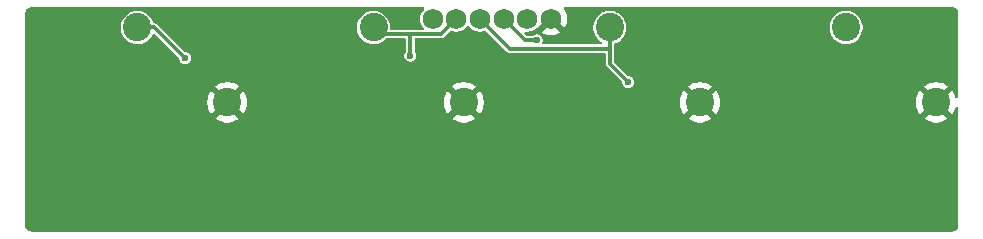
<source format=gbl>
%TF.GenerationSoftware,KiCad,Pcbnew,9.0.7*%
%TF.CreationDate,2026-03-02T02:23:24+09:00*%
%TF.ProjectId,mixtee-daughter-output,6d697874-6565-42d6-9461-756768746572,rev?*%
%TF.SameCoordinates,Original*%
%TF.FileFunction,Copper,L2,Bot*%
%TF.FilePolarity,Positive*%
%FSLAX46Y46*%
G04 Gerber Fmt 4.6, Leading zero omitted, Abs format (unit mm)*
G04 Created by KiCad (PCBNEW 9.0.7) date 2026-03-02 02:23:24*
%MOMM*%
%LPD*%
G01*
G04 APERTURE LIST*
%TA.AperFunction,ComponentPad*%
%ADD10C,2.400000*%
%TD*%
%TA.AperFunction,ComponentPad*%
%ADD11C,1.750000*%
%TD*%
%TA.AperFunction,ViaPad*%
%ADD12C,0.600000*%
%TD*%
%TA.AperFunction,Conductor*%
%ADD13C,0.300000*%
%TD*%
G04 APERTURE END LIST*
D10*
%TO.P,J1,S*%
%TO.N,GND*%
X17620000Y-8570000D03*
%TO.P,J1,T*%
%TO.N,AIN1*%
X10000000Y-2220000D03*
%TD*%
%TO.P,J4,S*%
%TO.N,GND*%
X77620000Y-8570000D03*
%TO.P,J4,T*%
%TO.N,AIN4*%
X70000000Y-2220000D03*
%TD*%
D11*
%TO.P,J5,1*%
%TO.N,AIN1*%
X35000000Y-1500000D03*
%TO.P,J5,2*%
%TO.N,AIN2*%
X37000000Y-1500000D03*
%TO.P,J5,3*%
%TO.N,AIN3*%
X39000000Y-1500000D03*
%TO.P,J5,4*%
%TO.N,AIN4*%
X41000000Y-1500000D03*
%TO.P,J5,5*%
%TO.N,+5VA*%
X43000000Y-1500000D03*
%TO.P,J5,6*%
%TO.N,GND*%
X45000000Y-1500000D03*
%TD*%
D10*
%TO.P,J3,S*%
%TO.N,GND*%
X57620000Y-8570000D03*
%TO.P,J3,T*%
%TO.N,AIN3*%
X50000000Y-2220000D03*
%TD*%
%TO.P,J2,S*%
%TO.N,GND*%
X37620000Y-8570000D03*
%TO.P,J2,T*%
%TO.N,AIN2*%
X30000000Y-2220000D03*
%TD*%
D12*
%TO.N,AIN1*%
X14033800Y-4818000D03*
%TO.N,AIN2*%
X33114400Y-4618300D03*
%TO.N,AIN3*%
X51556200Y-6852900D03*
%TO.N,AIN4*%
X43829600Y-3312100D03*
%TO.N,GND*%
X27989000Y-4307400D03*
%TD*%
D13*
%TO.N,AIN1*%
X10000000Y-2220000D02*
X11435800Y-2220000D01*
X11435800Y-2220000D02*
X14033800Y-4818000D01*
%TO.N,AIN2*%
X30000000Y-2220000D02*
X30572100Y-2792100D01*
X33114400Y-2792100D02*
X35707900Y-2792100D01*
X35707900Y-2792100D02*
X37000000Y-1500000D01*
X33114400Y-2792100D02*
X33114400Y-4618300D01*
X30572100Y-2792100D02*
X33114400Y-2792100D01*
%TO.N,AIN3*%
X41514500Y-4014500D02*
X39000000Y-1500000D01*
X50000000Y-4014500D02*
X50000000Y-2220000D01*
X50000000Y-5296700D02*
X50000000Y-4014500D01*
X51556200Y-6852900D02*
X50000000Y-5296700D01*
X50000000Y-4014500D02*
X41514500Y-4014500D01*
%TO.N,AIN4*%
X43829600Y-3312100D02*
X42812100Y-3312100D01*
X42812100Y-3312100D02*
X41000000Y-1500000D01*
%TD*%
%TA.AperFunction,Conductor*%
%TO.N,GND*%
G36*
X34246190Y-520185D02*
G01*
X34291945Y-572989D01*
X34301889Y-642147D01*
X34272864Y-705703D01*
X34266832Y-712181D01*
X34179652Y-799360D01*
X34179648Y-799365D01*
X34080152Y-936311D01*
X34003296Y-1087146D01*
X33950981Y-1248152D01*
X33924500Y-1415350D01*
X33924500Y-1584649D01*
X33950981Y-1751847D01*
X34003296Y-1912853D01*
X34080152Y-2063688D01*
X34179648Y-2200634D01*
X34179652Y-2200639D01*
X34208932Y-2229919D01*
X34242417Y-2291242D01*
X34237433Y-2360934D01*
X34195561Y-2416867D01*
X34130097Y-2441284D01*
X34121251Y-2441600D01*
X31524500Y-2441600D01*
X31457461Y-2421915D01*
X31411706Y-2369111D01*
X31400500Y-2317600D01*
X31400500Y-2109778D01*
X31393200Y-2063688D01*
X31366015Y-1892049D01*
X31297895Y-1682394D01*
X31297895Y-1682393D01*
X31231792Y-1552661D01*
X31197815Y-1485978D01*
X31169742Y-1447339D01*
X31068247Y-1307641D01*
X31068243Y-1307636D01*
X30912363Y-1151756D01*
X30912358Y-1151752D01*
X30734025Y-1022187D01*
X30734024Y-1022186D01*
X30734022Y-1022185D01*
X30635887Y-972182D01*
X30537606Y-922104D01*
X30537603Y-922103D01*
X30327952Y-853985D01*
X30219086Y-836742D01*
X30110222Y-819500D01*
X29889778Y-819500D01*
X29817201Y-830995D01*
X29672047Y-853985D01*
X29462396Y-922103D01*
X29462393Y-922104D01*
X29265974Y-1022187D01*
X29087641Y-1151752D01*
X29087636Y-1151756D01*
X28931756Y-1307636D01*
X28931752Y-1307641D01*
X28802187Y-1485974D01*
X28702104Y-1682393D01*
X28702103Y-1682396D01*
X28633985Y-1892047D01*
X28621439Y-1971260D01*
X28599500Y-2109778D01*
X28599500Y-2330222D01*
X28613223Y-2416867D01*
X28633985Y-2547952D01*
X28702103Y-2757603D01*
X28702104Y-2757606D01*
X28761921Y-2875000D01*
X28801641Y-2952955D01*
X28802187Y-2954025D01*
X28931752Y-3132358D01*
X28931756Y-3132363D01*
X29087636Y-3288243D01*
X29087641Y-3288247D01*
X29211162Y-3377989D01*
X29265978Y-3417815D01*
X29383098Y-3477491D01*
X29462393Y-3517895D01*
X29462396Y-3517896D01*
X29546776Y-3545312D01*
X29672049Y-3586015D01*
X29889778Y-3620500D01*
X29889779Y-3620500D01*
X30110221Y-3620500D01*
X30110222Y-3620500D01*
X30327951Y-3586015D01*
X30537606Y-3517895D01*
X30734022Y-3417815D01*
X30912365Y-3288242D01*
X31021688Y-3178919D01*
X31083011Y-3145434D01*
X31109369Y-3142600D01*
X32639900Y-3142600D01*
X32706939Y-3162285D01*
X32752694Y-3215089D01*
X32763900Y-3266600D01*
X32763900Y-4209624D01*
X32744215Y-4276663D01*
X32727581Y-4297305D01*
X32713902Y-4310983D01*
X32713900Y-4310986D01*
X32648008Y-4425112D01*
X32613900Y-4552408D01*
X32613900Y-4684191D01*
X32648008Y-4811487D01*
X32648987Y-4813182D01*
X32713900Y-4925614D01*
X32807086Y-5018800D01*
X32921214Y-5084692D01*
X33048508Y-5118800D01*
X33048510Y-5118800D01*
X33180290Y-5118800D01*
X33180292Y-5118800D01*
X33307586Y-5084692D01*
X33421714Y-5018800D01*
X33514900Y-4925614D01*
X33580792Y-4811486D01*
X33614900Y-4684192D01*
X33614900Y-4552408D01*
X33580792Y-4425114D01*
X33514900Y-4310986D01*
X33501219Y-4297305D01*
X33467734Y-4235982D01*
X33464900Y-4209624D01*
X33464900Y-3266600D01*
X33484585Y-3199561D01*
X33537389Y-3153806D01*
X33588900Y-3142600D01*
X35754042Y-3142600D01*
X35754044Y-3142600D01*
X35843188Y-3118714D01*
X35923112Y-3072570D01*
X36466870Y-2528810D01*
X36528191Y-2495327D01*
X36592865Y-2498561D01*
X36685966Y-2528812D01*
X36748152Y-2549018D01*
X36915351Y-2575500D01*
X36915356Y-2575500D01*
X37084649Y-2575500D01*
X37251847Y-2549018D01*
X37314034Y-2528812D01*
X37412849Y-2496705D01*
X37563685Y-2419850D01*
X37700641Y-2320346D01*
X37820346Y-2200641D01*
X37828513Y-2189399D01*
X37899682Y-2091445D01*
X37955011Y-2048779D01*
X38024625Y-2042800D01*
X38086420Y-2075405D01*
X38100318Y-2091445D01*
X38179648Y-2200634D01*
X38179652Y-2200639D01*
X38299360Y-2320347D01*
X38299365Y-2320351D01*
X38418817Y-2407137D01*
X38436315Y-2419850D01*
X38528738Y-2466942D01*
X38587146Y-2496703D01*
X38587148Y-2496703D01*
X38587151Y-2496705D01*
X38673450Y-2524745D01*
X38748152Y-2549018D01*
X38915351Y-2575500D01*
X38915356Y-2575500D01*
X39084649Y-2575500D01*
X39251847Y-2549018D01*
X39255131Y-2547951D01*
X39407134Y-2498561D01*
X39476971Y-2496566D01*
X39533130Y-2528812D01*
X41299288Y-4294970D01*
X41299289Y-4294971D01*
X41299291Y-4294972D01*
X41338311Y-4317500D01*
X41379212Y-4341114D01*
X41468356Y-4365000D01*
X49525500Y-4365000D01*
X49592539Y-4384685D01*
X49638294Y-4437489D01*
X49649500Y-4489000D01*
X49649500Y-5342843D01*
X49673386Y-5431987D01*
X49673387Y-5431990D01*
X49719527Y-5511908D01*
X49719531Y-5511913D01*
X51019381Y-6811763D01*
X51052866Y-6873086D01*
X51055700Y-6899444D01*
X51055700Y-6918791D01*
X51089808Y-7046087D01*
X51122754Y-7103150D01*
X51155700Y-7160214D01*
X51248886Y-7253400D01*
X51363014Y-7319292D01*
X51490308Y-7353400D01*
X51490310Y-7353400D01*
X51622090Y-7353400D01*
X51622092Y-7353400D01*
X51749386Y-7319292D01*
X51863514Y-7253400D01*
X51956700Y-7160214D01*
X52022592Y-7046086D01*
X52056700Y-6918792D01*
X52056700Y-6787008D01*
X52022592Y-6659714D01*
X51956700Y-6545586D01*
X51863514Y-6452400D01*
X51806450Y-6419454D01*
X51749387Y-6386508D01*
X51685739Y-6369454D01*
X51622092Y-6352400D01*
X51622091Y-6352400D01*
X51602744Y-6352400D01*
X51535705Y-6332715D01*
X51515063Y-6316081D01*
X50386819Y-5187837D01*
X50353334Y-5126514D01*
X50350500Y-5100156D01*
X50350500Y-3668779D01*
X50370185Y-3601740D01*
X50422989Y-3555985D01*
X50436164Y-3550854D01*
X50537606Y-3517895D01*
X50734022Y-3417815D01*
X50912365Y-3288242D01*
X51068242Y-3132365D01*
X51197815Y-2954022D01*
X51297895Y-2757606D01*
X51366015Y-2547951D01*
X51400500Y-2330222D01*
X51400500Y-2109778D01*
X68599500Y-2109778D01*
X68599500Y-2330222D01*
X68613223Y-2416867D01*
X68633985Y-2547952D01*
X68702103Y-2757603D01*
X68702104Y-2757606D01*
X68761921Y-2875000D01*
X68801641Y-2952955D01*
X68802187Y-2954025D01*
X68931752Y-3132358D01*
X68931756Y-3132363D01*
X69087636Y-3288243D01*
X69087641Y-3288247D01*
X69211162Y-3377989D01*
X69265978Y-3417815D01*
X69383098Y-3477491D01*
X69462393Y-3517895D01*
X69462396Y-3517896D01*
X69546776Y-3545312D01*
X69672049Y-3586015D01*
X69889778Y-3620500D01*
X69889779Y-3620500D01*
X70110221Y-3620500D01*
X70110222Y-3620500D01*
X70327951Y-3586015D01*
X70537606Y-3517895D01*
X70734022Y-3417815D01*
X70912365Y-3288242D01*
X71068242Y-3132365D01*
X71197815Y-2954022D01*
X71297895Y-2757606D01*
X71366015Y-2547951D01*
X71400500Y-2330222D01*
X71400500Y-2109778D01*
X71366015Y-1892049D01*
X71297895Y-1682394D01*
X71297895Y-1682393D01*
X71231792Y-1552661D01*
X71197815Y-1485978D01*
X71169742Y-1447339D01*
X71068247Y-1307641D01*
X71068243Y-1307636D01*
X70912363Y-1151756D01*
X70912358Y-1151752D01*
X70734025Y-1022187D01*
X70734024Y-1022186D01*
X70734022Y-1022185D01*
X70635887Y-972182D01*
X70537606Y-922104D01*
X70537603Y-922103D01*
X70327952Y-853985D01*
X70219086Y-836742D01*
X70110222Y-819500D01*
X69889778Y-819500D01*
X69817201Y-830995D01*
X69672047Y-853985D01*
X69462396Y-922103D01*
X69462393Y-922104D01*
X69265974Y-1022187D01*
X69087641Y-1151752D01*
X69087636Y-1151756D01*
X68931756Y-1307636D01*
X68931752Y-1307641D01*
X68802187Y-1485974D01*
X68702104Y-1682393D01*
X68702103Y-1682396D01*
X68633985Y-1892047D01*
X68621439Y-1971260D01*
X68599500Y-2109778D01*
X51400500Y-2109778D01*
X51366015Y-1892049D01*
X51297895Y-1682394D01*
X51297895Y-1682393D01*
X51231792Y-1552661D01*
X51197815Y-1485978D01*
X51169742Y-1447339D01*
X51068247Y-1307641D01*
X51068243Y-1307636D01*
X50912363Y-1151756D01*
X50912358Y-1151752D01*
X50734025Y-1022187D01*
X50734024Y-1022186D01*
X50734022Y-1022185D01*
X50635887Y-972182D01*
X50537606Y-922104D01*
X50537603Y-922103D01*
X50327952Y-853985D01*
X50219086Y-836742D01*
X50110222Y-819500D01*
X49889778Y-819500D01*
X49817201Y-830995D01*
X49672047Y-853985D01*
X49462396Y-922103D01*
X49462393Y-922104D01*
X49265974Y-1022187D01*
X49087641Y-1151752D01*
X49087636Y-1151756D01*
X48931756Y-1307636D01*
X48931752Y-1307641D01*
X48802187Y-1485974D01*
X48702104Y-1682393D01*
X48702103Y-1682396D01*
X48633985Y-1892047D01*
X48621439Y-1971260D01*
X48599500Y-2109778D01*
X48599500Y-2330222D01*
X48613223Y-2416867D01*
X48633985Y-2547952D01*
X48702103Y-2757603D01*
X48702104Y-2757606D01*
X48761921Y-2875000D01*
X48801641Y-2952955D01*
X48802187Y-2954025D01*
X48931752Y-3132358D01*
X48931756Y-3132363D01*
X49087636Y-3288243D01*
X49087641Y-3288247D01*
X49265976Y-3417814D01*
X49288941Y-3429516D01*
X49339737Y-3477491D01*
X49356531Y-3545312D01*
X49333993Y-3611447D01*
X49279277Y-3654898D01*
X49232645Y-3664000D01*
X44415064Y-3664000D01*
X44348025Y-3644315D01*
X44302270Y-3591511D01*
X44292326Y-3522353D01*
X44295289Y-3507906D01*
X44295990Y-3505289D01*
X44295992Y-3505286D01*
X44330100Y-3377992D01*
X44330100Y-3246208D01*
X44295992Y-3118914D01*
X44295875Y-3118712D01*
X44269234Y-3072568D01*
X44230100Y-3004786D01*
X44136914Y-2911600D01*
X44073521Y-2875000D01*
X44022787Y-2845708D01*
X43959139Y-2828654D01*
X43895492Y-2811600D01*
X43763708Y-2811600D01*
X43636412Y-2845708D01*
X43522286Y-2911600D01*
X43522283Y-2911602D01*
X43508605Y-2925281D01*
X43447282Y-2958766D01*
X43420924Y-2961600D01*
X43008643Y-2961600D01*
X42979202Y-2952955D01*
X42949216Y-2946432D01*
X42944200Y-2942677D01*
X42941604Y-2941915D01*
X42920962Y-2925281D01*
X42776265Y-2780584D01*
X42742780Y-2719261D01*
X42747764Y-2649569D01*
X42789636Y-2593636D01*
X42855100Y-2569219D01*
X42883344Y-2570429D01*
X42892201Y-2571832D01*
X42915353Y-2575500D01*
X42915356Y-2575500D01*
X43084649Y-2575500D01*
X43251847Y-2549018D01*
X43255131Y-2547951D01*
X43412849Y-2496705D01*
X43563685Y-2419850D01*
X43700641Y-2320346D01*
X43711372Y-2309614D01*
X43772692Y-2276129D01*
X43809555Y-2278764D01*
X43809841Y-2275131D01*
X43866830Y-2279616D01*
X44600000Y-1546446D01*
X44600000Y-1552661D01*
X44627259Y-1654394D01*
X44679920Y-1745606D01*
X44754394Y-1820080D01*
X44845606Y-1872741D01*
X44947339Y-1900000D01*
X44953553Y-1900000D01*
X44220382Y-2633168D01*
X44279342Y-2676005D01*
X44472182Y-2774263D01*
X44472185Y-2774264D01*
X44678018Y-2841142D01*
X44891780Y-2875000D01*
X45108220Y-2875000D01*
X45321981Y-2841142D01*
X45527814Y-2774264D01*
X45527817Y-2774263D01*
X45720656Y-2676006D01*
X45779615Y-2633168D01*
X45779616Y-2633168D01*
X45046447Y-1900000D01*
X45052661Y-1900000D01*
X45154394Y-1872741D01*
X45245606Y-1820080D01*
X45320080Y-1745606D01*
X45372741Y-1654394D01*
X45400000Y-1552661D01*
X45400000Y-1546447D01*
X46133168Y-2279616D01*
X46133168Y-2279615D01*
X46176006Y-2220656D01*
X46274263Y-2027817D01*
X46274264Y-2027814D01*
X46341142Y-1821981D01*
X46375000Y-1608220D01*
X46375000Y-1391779D01*
X46341142Y-1178018D01*
X46274264Y-972185D01*
X46274263Y-972182D01*
X46176005Y-779342D01*
X46116460Y-697386D01*
X46092980Y-631580D01*
X46108805Y-563526D01*
X46158911Y-514831D01*
X46216778Y-500500D01*
X78934108Y-500500D01*
X78993038Y-500500D01*
X79006922Y-501280D01*
X79097266Y-511459D01*
X79124331Y-517636D01*
X79203540Y-545352D01*
X79228553Y-557398D01*
X79299606Y-602043D01*
X79321313Y-619355D01*
X79380644Y-678686D01*
X79397957Y-700395D01*
X79442600Y-771444D01*
X79454648Y-796462D01*
X79482362Y-875666D01*
X79488540Y-902735D01*
X79498720Y-993076D01*
X79499500Y-1006961D01*
X79499500Y-8074218D01*
X79479815Y-8141257D01*
X79427011Y-8187012D01*
X79357853Y-8196956D01*
X79294297Y-8167931D01*
X79256523Y-8109153D01*
X79255725Y-8106311D01*
X79233236Y-8022381D01*
X79147954Y-7816497D01*
X79147949Y-7816485D01*
X79036533Y-7623507D01*
X78985956Y-7557595D01*
X78985955Y-7557595D01*
X78221041Y-8322510D01*
X78196022Y-8262110D01*
X78124888Y-8155649D01*
X78034351Y-8065112D01*
X77927890Y-7993978D01*
X77867487Y-7968958D01*
X78632403Y-7204043D01*
X78632403Y-7204040D01*
X78566504Y-7153473D01*
X78566491Y-7153464D01*
X78373520Y-7042054D01*
X78373502Y-7042045D01*
X78167618Y-6956763D01*
X77952367Y-6899088D01*
X77952354Y-6899085D01*
X77731425Y-6870000D01*
X77508575Y-6870000D01*
X77287645Y-6899085D01*
X77287632Y-6899088D01*
X77072381Y-6956763D01*
X76866497Y-7042045D01*
X76866479Y-7042054D01*
X76673511Y-7153462D01*
X76607595Y-7204042D01*
X77372511Y-7968958D01*
X77312110Y-7993978D01*
X77205649Y-8065112D01*
X77115112Y-8155649D01*
X77043978Y-8262110D01*
X77018958Y-8322511D01*
X76254042Y-7557595D01*
X76203462Y-7623511D01*
X76092054Y-7816479D01*
X76092045Y-7816497D01*
X76006763Y-8022381D01*
X75949088Y-8237632D01*
X75949085Y-8237645D01*
X75920000Y-8458575D01*
X75920000Y-8681424D01*
X75949085Y-8902354D01*
X75949088Y-8902367D01*
X76006763Y-9117618D01*
X76092045Y-9323502D01*
X76092054Y-9323520D01*
X76203464Y-9516491D01*
X76203473Y-9516504D01*
X76254040Y-9582403D01*
X76254043Y-9582403D01*
X77018958Y-8817488D01*
X77043978Y-8877890D01*
X77115112Y-8984351D01*
X77205649Y-9074888D01*
X77312110Y-9146022D01*
X77372510Y-9171041D01*
X76607595Y-9935955D01*
X76607595Y-9935956D01*
X76673507Y-9986533D01*
X76866485Y-10097949D01*
X76866497Y-10097954D01*
X77072381Y-10183236D01*
X77287632Y-10240911D01*
X77287645Y-10240914D01*
X77508575Y-10270000D01*
X77731425Y-10270000D01*
X77952354Y-10240914D01*
X77952367Y-10240911D01*
X78167618Y-10183236D01*
X78373502Y-10097954D01*
X78373514Y-10097949D01*
X78566498Y-9986530D01*
X78632403Y-9935957D01*
X78632404Y-9935956D01*
X77867488Y-9171041D01*
X77927890Y-9146022D01*
X78034351Y-9074888D01*
X78124888Y-8984351D01*
X78196022Y-8877890D01*
X78221041Y-8817488D01*
X78985956Y-9582404D01*
X78985957Y-9582403D01*
X79036530Y-9516498D01*
X79147949Y-9323514D01*
X79147954Y-9323502D01*
X79233236Y-9117618D01*
X79255725Y-9033688D01*
X79292090Y-8974027D01*
X79354937Y-8943498D01*
X79424312Y-8951793D01*
X79478190Y-8996278D01*
X79499465Y-9062830D01*
X79499500Y-9065781D01*
X79499500Y-18993038D01*
X79498720Y-19006923D01*
X79488540Y-19097264D01*
X79482362Y-19124333D01*
X79454648Y-19203537D01*
X79442600Y-19228555D01*
X79397957Y-19299604D01*
X79380644Y-19321313D01*
X79321313Y-19380644D01*
X79299604Y-19397957D01*
X79228555Y-19442600D01*
X79203537Y-19454648D01*
X79124333Y-19482362D01*
X79097264Y-19488540D01*
X79017075Y-19497576D01*
X79006921Y-19498720D01*
X78993038Y-19499500D01*
X1006977Y-19499500D01*
X993091Y-19498720D01*
X977019Y-19496908D01*
X902742Y-19488538D01*
X875674Y-19482359D01*
X796471Y-19454644D01*
X771453Y-19442596D01*
X700402Y-19397951D01*
X678694Y-19380639D01*
X619360Y-19321305D01*
X602048Y-19299597D01*
X557403Y-19228546D01*
X545355Y-19203528D01*
X517640Y-19124325D01*
X511461Y-19097255D01*
X501280Y-19006908D01*
X500500Y-18993023D01*
X500500Y-8458575D01*
X15920000Y-8458575D01*
X15920000Y-8681424D01*
X15949085Y-8902354D01*
X15949088Y-8902367D01*
X16006763Y-9117618D01*
X16092045Y-9323502D01*
X16092054Y-9323520D01*
X16203464Y-9516491D01*
X16203473Y-9516504D01*
X16254040Y-9582403D01*
X16254043Y-9582403D01*
X17018958Y-8817488D01*
X17043978Y-8877890D01*
X17115112Y-8984351D01*
X17205649Y-9074888D01*
X17312110Y-9146022D01*
X17372510Y-9171041D01*
X16607595Y-9935955D01*
X16607595Y-9935956D01*
X16673507Y-9986533D01*
X16866485Y-10097949D01*
X16866497Y-10097954D01*
X17072381Y-10183236D01*
X17287632Y-10240911D01*
X17287645Y-10240914D01*
X17508575Y-10270000D01*
X17731425Y-10270000D01*
X17952354Y-10240914D01*
X17952367Y-10240911D01*
X18167618Y-10183236D01*
X18373502Y-10097954D01*
X18373514Y-10097949D01*
X18566498Y-9986530D01*
X18632403Y-9935957D01*
X18632404Y-9935956D01*
X17867488Y-9171041D01*
X17927890Y-9146022D01*
X18034351Y-9074888D01*
X18124888Y-8984351D01*
X18196022Y-8877890D01*
X18221041Y-8817488D01*
X18985956Y-9582404D01*
X18985957Y-9582403D01*
X19036530Y-9516498D01*
X19147949Y-9323514D01*
X19147954Y-9323502D01*
X19233236Y-9117618D01*
X19290911Y-8902367D01*
X19290914Y-8902354D01*
X19320000Y-8681424D01*
X19320000Y-8458575D01*
X35920000Y-8458575D01*
X35920000Y-8681424D01*
X35949085Y-8902354D01*
X35949088Y-8902367D01*
X36006763Y-9117618D01*
X36092045Y-9323502D01*
X36092054Y-9323520D01*
X36203464Y-9516491D01*
X36203473Y-9516504D01*
X36254040Y-9582403D01*
X36254043Y-9582403D01*
X37018958Y-8817487D01*
X37043978Y-8877890D01*
X37115112Y-8984351D01*
X37205649Y-9074888D01*
X37312110Y-9146022D01*
X37372510Y-9171041D01*
X36607595Y-9935955D01*
X36607595Y-9935956D01*
X36673507Y-9986533D01*
X36866485Y-10097949D01*
X36866497Y-10097954D01*
X37072381Y-10183236D01*
X37287632Y-10240911D01*
X37287645Y-10240914D01*
X37508575Y-10270000D01*
X37731425Y-10270000D01*
X37952354Y-10240914D01*
X37952367Y-10240911D01*
X38167618Y-10183236D01*
X38373502Y-10097954D01*
X38373514Y-10097949D01*
X38566498Y-9986530D01*
X38632403Y-9935957D01*
X38632404Y-9935956D01*
X37867488Y-9171041D01*
X37927890Y-9146022D01*
X38034351Y-9074888D01*
X38124888Y-8984351D01*
X38196022Y-8877890D01*
X38221041Y-8817488D01*
X38985956Y-9582404D01*
X38985957Y-9582403D01*
X39036530Y-9516498D01*
X39147949Y-9323514D01*
X39147954Y-9323502D01*
X39233236Y-9117618D01*
X39290911Y-8902367D01*
X39290914Y-8902354D01*
X39320000Y-8681424D01*
X39320000Y-8458575D01*
X55920000Y-8458575D01*
X55920000Y-8681424D01*
X55949085Y-8902354D01*
X55949088Y-8902367D01*
X56006763Y-9117618D01*
X56092045Y-9323502D01*
X56092054Y-9323520D01*
X56203464Y-9516491D01*
X56203473Y-9516504D01*
X56254040Y-9582403D01*
X56254043Y-9582403D01*
X57018958Y-8817487D01*
X57043978Y-8877890D01*
X57115112Y-8984351D01*
X57205649Y-9074888D01*
X57312110Y-9146022D01*
X57372510Y-9171041D01*
X56607595Y-9935955D01*
X56607595Y-9935956D01*
X56673507Y-9986533D01*
X56866485Y-10097949D01*
X56866497Y-10097954D01*
X57072381Y-10183236D01*
X57287632Y-10240911D01*
X57287645Y-10240914D01*
X57508575Y-10270000D01*
X57731425Y-10270000D01*
X57952354Y-10240914D01*
X57952367Y-10240911D01*
X58167618Y-10183236D01*
X58373502Y-10097954D01*
X58373514Y-10097949D01*
X58566498Y-9986530D01*
X58632403Y-9935957D01*
X58632404Y-9935956D01*
X57867488Y-9171041D01*
X57927890Y-9146022D01*
X58034351Y-9074888D01*
X58124888Y-8984351D01*
X58196022Y-8877890D01*
X58221041Y-8817488D01*
X58985956Y-9582404D01*
X58985957Y-9582403D01*
X59036530Y-9516498D01*
X59147949Y-9323514D01*
X59147954Y-9323502D01*
X59233236Y-9117618D01*
X59290911Y-8902367D01*
X59290914Y-8902354D01*
X59320000Y-8681424D01*
X59320000Y-8458575D01*
X59290914Y-8237645D01*
X59290911Y-8237632D01*
X59233236Y-8022381D01*
X59147954Y-7816497D01*
X59147949Y-7816485D01*
X59036533Y-7623507D01*
X58985956Y-7557595D01*
X58985955Y-7557595D01*
X58221041Y-8322510D01*
X58196022Y-8262110D01*
X58124888Y-8155649D01*
X58034351Y-8065112D01*
X57927890Y-7993978D01*
X57867487Y-7968958D01*
X58632403Y-7204043D01*
X58632403Y-7204041D01*
X58566504Y-7153473D01*
X58566491Y-7153464D01*
X58373520Y-7042054D01*
X58373502Y-7042045D01*
X58167618Y-6956763D01*
X57952367Y-6899088D01*
X57952354Y-6899085D01*
X57731425Y-6870000D01*
X57508575Y-6870000D01*
X57287645Y-6899085D01*
X57287632Y-6899088D01*
X57072381Y-6956763D01*
X56866497Y-7042045D01*
X56866479Y-7042054D01*
X56673511Y-7153462D01*
X56607595Y-7204042D01*
X57372511Y-7968958D01*
X57312110Y-7993978D01*
X57205649Y-8065112D01*
X57115112Y-8155649D01*
X57043978Y-8262110D01*
X57018958Y-8322511D01*
X56254042Y-7557595D01*
X56203462Y-7623511D01*
X56092054Y-7816479D01*
X56092045Y-7816497D01*
X56006763Y-8022381D01*
X55949088Y-8237632D01*
X55949085Y-8237645D01*
X55920000Y-8458575D01*
X39320000Y-8458575D01*
X39290914Y-8237645D01*
X39290911Y-8237632D01*
X39233236Y-8022381D01*
X39147954Y-7816497D01*
X39147949Y-7816485D01*
X39036533Y-7623507D01*
X38985956Y-7557595D01*
X38985955Y-7557595D01*
X38221041Y-8322510D01*
X38196022Y-8262110D01*
X38124888Y-8155649D01*
X38034351Y-8065112D01*
X37927890Y-7993978D01*
X37867487Y-7968958D01*
X38632403Y-7204043D01*
X38632403Y-7204040D01*
X38566504Y-7153473D01*
X38566491Y-7153464D01*
X38373520Y-7042054D01*
X38373502Y-7042045D01*
X38167618Y-6956763D01*
X37952367Y-6899088D01*
X37952354Y-6899085D01*
X37731425Y-6870000D01*
X37508575Y-6870000D01*
X37287645Y-6899085D01*
X37287632Y-6899088D01*
X37072381Y-6956763D01*
X36866497Y-7042045D01*
X36866479Y-7042054D01*
X36673511Y-7153462D01*
X36607595Y-7204042D01*
X37372511Y-7968958D01*
X37312110Y-7993978D01*
X37205649Y-8065112D01*
X37115112Y-8155649D01*
X37043978Y-8262110D01*
X37018958Y-8322511D01*
X36254042Y-7557595D01*
X36203462Y-7623511D01*
X36092054Y-7816479D01*
X36092045Y-7816497D01*
X36006763Y-8022381D01*
X35949088Y-8237632D01*
X35949085Y-8237645D01*
X35920000Y-8458575D01*
X19320000Y-8458575D01*
X19290914Y-8237645D01*
X19290911Y-8237632D01*
X19233236Y-8022381D01*
X19147954Y-7816497D01*
X19147949Y-7816485D01*
X19036533Y-7623507D01*
X18985956Y-7557595D01*
X18985955Y-7557595D01*
X18221041Y-8322510D01*
X18196022Y-8262110D01*
X18124888Y-8155649D01*
X18034351Y-8065112D01*
X17927890Y-7993978D01*
X17867487Y-7968958D01*
X18632403Y-7204043D01*
X18632403Y-7204041D01*
X18566504Y-7153473D01*
X18566491Y-7153464D01*
X18373520Y-7042054D01*
X18373502Y-7042045D01*
X18167618Y-6956763D01*
X17952367Y-6899088D01*
X17952354Y-6899085D01*
X17731425Y-6870000D01*
X17508575Y-6870000D01*
X17287645Y-6899085D01*
X17287632Y-6899088D01*
X17072381Y-6956763D01*
X16866497Y-7042045D01*
X16866479Y-7042054D01*
X16673511Y-7153462D01*
X16607595Y-7204042D01*
X17372511Y-7968958D01*
X17312110Y-7993978D01*
X17205649Y-8065112D01*
X17115112Y-8155649D01*
X17043978Y-8262110D01*
X17018958Y-8322511D01*
X16254042Y-7557595D01*
X16203462Y-7623511D01*
X16092054Y-7816479D01*
X16092045Y-7816497D01*
X16006763Y-8022381D01*
X15949088Y-8237632D01*
X15949085Y-8237645D01*
X15920000Y-8458575D01*
X500500Y-8458575D01*
X500500Y-2109778D01*
X8599500Y-2109778D01*
X8599500Y-2330222D01*
X8613223Y-2416867D01*
X8633985Y-2547952D01*
X8702103Y-2757603D01*
X8702104Y-2757606D01*
X8761921Y-2875000D01*
X8801641Y-2952955D01*
X8802187Y-2954025D01*
X8931752Y-3132358D01*
X8931756Y-3132363D01*
X9087636Y-3288243D01*
X9087641Y-3288247D01*
X9211162Y-3377989D01*
X9265978Y-3417815D01*
X9383098Y-3477491D01*
X9462393Y-3517895D01*
X9462396Y-3517896D01*
X9546776Y-3545312D01*
X9672049Y-3586015D01*
X9889778Y-3620500D01*
X9889779Y-3620500D01*
X10110221Y-3620500D01*
X10110222Y-3620500D01*
X10327951Y-3586015D01*
X10537606Y-3517895D01*
X10734022Y-3417815D01*
X10912365Y-3288242D01*
X11068242Y-3132365D01*
X11197815Y-2954022D01*
X11281112Y-2790543D01*
X11329086Y-2739749D01*
X11396907Y-2722954D01*
X11463042Y-2745492D01*
X11479277Y-2759159D01*
X13496981Y-4776863D01*
X13530466Y-4838186D01*
X13533300Y-4864544D01*
X13533300Y-4883891D01*
X13567408Y-5011187D01*
X13600354Y-5068250D01*
X13633300Y-5125314D01*
X13726486Y-5218500D01*
X13840614Y-5284392D01*
X13967908Y-5318500D01*
X13967910Y-5318500D01*
X14099690Y-5318500D01*
X14099692Y-5318500D01*
X14226986Y-5284392D01*
X14341114Y-5218500D01*
X14434300Y-5125314D01*
X14500192Y-5011186D01*
X14534300Y-4883892D01*
X14534300Y-4752108D01*
X14500192Y-4624814D01*
X14434300Y-4510686D01*
X14341114Y-4417500D01*
X14250180Y-4364999D01*
X14226987Y-4351608D01*
X14163339Y-4334554D01*
X14099692Y-4317500D01*
X14099691Y-4317500D01*
X14080344Y-4317500D01*
X14013305Y-4297815D01*
X13992663Y-4281181D01*
X11651013Y-1939531D01*
X11651008Y-1939527D01*
X11571104Y-1893395D01*
X11571103Y-1893394D01*
X11571088Y-1893386D01*
X11566098Y-1892049D01*
X11481944Y-1869500D01*
X11437757Y-1869500D01*
X11426908Y-1867556D01*
X11405110Y-1856677D01*
X11381741Y-1849815D01*
X11374410Y-1841355D01*
X11364392Y-1836355D01*
X11351936Y-1815418D01*
X11335986Y-1797011D01*
X11330849Y-1783817D01*
X11297897Y-1682399D01*
X11297895Y-1682393D01*
X11231792Y-1552661D01*
X11197815Y-1485978D01*
X11169742Y-1447339D01*
X11068247Y-1307641D01*
X11068243Y-1307636D01*
X10912363Y-1151756D01*
X10912358Y-1151752D01*
X10734025Y-1022187D01*
X10734024Y-1022186D01*
X10734022Y-1022185D01*
X10635887Y-972182D01*
X10537606Y-922104D01*
X10537603Y-922103D01*
X10327952Y-853985D01*
X10219086Y-836742D01*
X10110222Y-819500D01*
X9889778Y-819500D01*
X9817201Y-830995D01*
X9672047Y-853985D01*
X9462396Y-922103D01*
X9462393Y-922104D01*
X9265974Y-1022187D01*
X9087641Y-1151752D01*
X9087636Y-1151756D01*
X8931756Y-1307636D01*
X8931752Y-1307641D01*
X8802187Y-1485974D01*
X8702104Y-1682393D01*
X8702103Y-1682396D01*
X8633985Y-1892047D01*
X8621439Y-1971260D01*
X8599500Y-2109778D01*
X500500Y-2109778D01*
X500500Y-1006976D01*
X501280Y-993091D01*
X505325Y-957199D01*
X511461Y-902739D01*
X517640Y-875674D01*
X517643Y-875666D01*
X545359Y-796462D01*
X557399Y-771459D01*
X602052Y-700396D01*
X619356Y-678698D01*
X678700Y-619355D01*
X700396Y-602052D01*
X771459Y-557399D01*
X796466Y-545356D01*
X875677Y-517639D01*
X902739Y-511461D01*
X970274Y-503851D01*
X993092Y-501280D01*
X1006977Y-500500D01*
X34179151Y-500500D01*
X34246190Y-520185D01*
G37*
%TD.AperFunction*%
%TD*%
M02*

</source>
